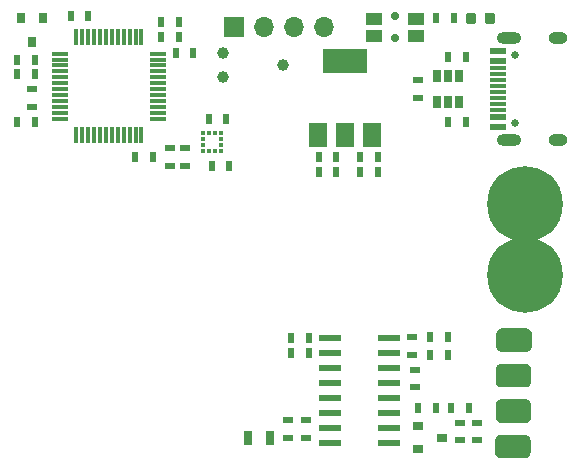
<source format=gts>
G04 #@! TF.GenerationSoftware,KiCad,Pcbnew,5.1.5-52549c5~84~ubuntu19.10.1*
G04 #@! TF.CreationDate,2020-03-01T21:01:51+01:00*
G04 #@! TF.ProjectId,scale,7363616c-652e-46b6-9963-61645f706362,rev?*
G04 #@! TF.SameCoordinates,Original*
G04 #@! TF.FileFunction,Soldermask,Top*
G04 #@! TF.FilePolarity,Negative*
%FSLAX46Y46*%
G04 Gerber Fmt 4.6, Leading zero omitted, Abs format (unit mm)*
G04 Created by KiCad (PCBNEW 5.1.5-52549c5~84~ubuntu19.10.1) date 2020-03-01 21:01:51*
%MOMM*%
%LPD*%
G04 APERTURE LIST*
%ADD10R,0.300000X1.475000*%
%ADD11R,1.475000X0.300000*%
%ADD12R,1.950000X0.600000*%
%ADD13C,0.700000*%
%ADD14R,1.400000X1.050000*%
%ADD15R,0.600000X0.900000*%
%ADD16R,0.375000X0.350000*%
%ADD17R,0.350000X0.375000*%
%ADD18R,0.900000X0.600000*%
%ADD19R,0.700000X1.300000*%
%ADD20C,6.400000*%
%ADD21R,0.900000X0.800000*%
%ADD22O,1.700000X1.700000*%
%ADD23R,1.700000X1.700000*%
%ADD24R,1.450000X0.600000*%
%ADD25O,2.100000X1.000000*%
%ADD26O,1.600000X1.000000*%
%ADD27C,0.650000*%
%ADD28R,1.450000X0.300000*%
%ADD29R,1.500000X2.000000*%
%ADD30R,3.800000X2.000000*%
%ADD31R,0.650000X1.060000*%
%ADD32R,0.800000X0.900000*%
%ADD33C,0.985520*%
%ADD34C,0.988060*%
%ADD35C,0.100000*%
G04 APERTURE END LIST*
D10*
X82050000Y-82837500D03*
X82550000Y-82837500D03*
X83050000Y-82837500D03*
X83550000Y-82837500D03*
X84050000Y-82837500D03*
X84550000Y-82837500D03*
X85050000Y-82837500D03*
X85550000Y-82837500D03*
X86050000Y-82837500D03*
X86550000Y-82837500D03*
X87050000Y-82837500D03*
X87550000Y-82837500D03*
D11*
X88962500Y-84250000D03*
X88962500Y-84750000D03*
X88962500Y-85250000D03*
X88962500Y-85750000D03*
X88962500Y-86250000D03*
X88962500Y-86750000D03*
X88962500Y-87250000D03*
X88962500Y-87750000D03*
X88962500Y-88250000D03*
X88962500Y-88750000D03*
X88962500Y-89250000D03*
X88962500Y-89750000D03*
D10*
X87550000Y-91162500D03*
X87050000Y-91162500D03*
X86550000Y-91162500D03*
X86050000Y-91162500D03*
X85550000Y-91162500D03*
X85050000Y-91162500D03*
X84550000Y-91162500D03*
X84050000Y-91162500D03*
X83550000Y-91162500D03*
X83050000Y-91162500D03*
X82550000Y-91162500D03*
X82050000Y-91162500D03*
D11*
X80637500Y-89750000D03*
X80637500Y-89250000D03*
X80637500Y-88750000D03*
X80637500Y-88250000D03*
X80637500Y-87750000D03*
X80637500Y-87250000D03*
X80637500Y-86750000D03*
X80637500Y-86250000D03*
X80637500Y-85750000D03*
X80637500Y-85250000D03*
X80637500Y-84750000D03*
X80637500Y-84250000D03*
D12*
X103525000Y-117195000D03*
X103525000Y-115925000D03*
X103525000Y-114655000D03*
X103525000Y-113385000D03*
X103525000Y-112115000D03*
X103525000Y-110845000D03*
X103525000Y-109575000D03*
X103525000Y-108305000D03*
X108475000Y-108305000D03*
X108475000Y-109575000D03*
X108475000Y-110845000D03*
X108475000Y-112115000D03*
X108475000Y-113385000D03*
X108475000Y-114655000D03*
X108475000Y-115925000D03*
X108475000Y-117195000D03*
D13*
X109000000Y-81100000D03*
X109000000Y-82900000D03*
D14*
X110800000Y-81280000D03*
X107200000Y-81280000D03*
X110800000Y-82720000D03*
X107200000Y-82720000D03*
D15*
X77050000Y-90000000D03*
X78550000Y-90000000D03*
D16*
X92737500Y-92000000D03*
X92737500Y-91500000D03*
X94262500Y-91500000D03*
X94262500Y-92000000D03*
D17*
X92750000Y-90987500D03*
X92750000Y-92512500D03*
X94250000Y-90987500D03*
X94250000Y-92512500D03*
X93750000Y-90987500D03*
X93250000Y-90987500D03*
X93750000Y-92512500D03*
X93250000Y-92512500D03*
D15*
X89250000Y-81600000D03*
X90750000Y-81600000D03*
X90750000Y-82800000D03*
X89250000Y-82800000D03*
D18*
X90000000Y-93750000D03*
X90000000Y-92250000D03*
X91250000Y-92250000D03*
X91250000Y-93750000D03*
D15*
X114000000Y-81250000D03*
X112500000Y-81250000D03*
X77050000Y-84750000D03*
X78550000Y-84750000D03*
X115000000Y-84500000D03*
X113500000Y-84500000D03*
X113500000Y-90000000D03*
X115000000Y-90000000D03*
D19*
X98450000Y-116750000D03*
X96550000Y-116750000D03*
D15*
X112500000Y-114250000D03*
X111000000Y-114250000D03*
X113750000Y-114250000D03*
X115250000Y-114250000D03*
X100250000Y-108300000D03*
X101750000Y-108300000D03*
X100250000Y-109575000D03*
X101750000Y-109575000D03*
X113500000Y-109750000D03*
X112000000Y-109750000D03*
X113500000Y-108250000D03*
X112000000Y-108250000D03*
X93250000Y-89750000D03*
X94750000Y-89750000D03*
X95000000Y-93750000D03*
X93500000Y-93750000D03*
X90450000Y-84200000D03*
X91950000Y-84200000D03*
D18*
X78300000Y-88750000D03*
X78300000Y-87250000D03*
D15*
X88500000Y-93000000D03*
X87000000Y-93000000D03*
X81550000Y-81100000D03*
X83050000Y-81100000D03*
X102550000Y-94250000D03*
X104050000Y-94250000D03*
X102550000Y-93000000D03*
X104050000Y-93000000D03*
X77050000Y-86000000D03*
X78550000Y-86000000D03*
X106050000Y-94250000D03*
X107550000Y-94250000D03*
X106050000Y-93000000D03*
X107550000Y-93000000D03*
D18*
X111000000Y-88000000D03*
X111000000Y-86500000D03*
X100000000Y-115250000D03*
X100000000Y-116750000D03*
X101500000Y-115250000D03*
X101500000Y-116750000D03*
X110750000Y-112500000D03*
X110750000Y-111000000D03*
X110500000Y-109750000D03*
X110500000Y-108250000D03*
X116000000Y-115500000D03*
X116000000Y-117000000D03*
X114500000Y-115500000D03*
X114500000Y-117000000D03*
D20*
X120000000Y-97000000D03*
X120000000Y-103000000D03*
D21*
X113000000Y-116750000D03*
X111000000Y-117700000D03*
X111000000Y-115800000D03*
D22*
X103040000Y-82000000D03*
X100500000Y-82000000D03*
X97960000Y-82000000D03*
D23*
X95420000Y-82000000D03*
D24*
X117750000Y-89650000D03*
X117750000Y-84850000D03*
X117750000Y-84050000D03*
X117750000Y-90450000D03*
D25*
X118665000Y-91570000D03*
X118665000Y-82930000D03*
D26*
X122845000Y-91570000D03*
X122845000Y-82930000D03*
D27*
X119195000Y-84360000D03*
X119195000Y-90140000D03*
D24*
X117750000Y-84050000D03*
X117750000Y-84850000D03*
D28*
X117750000Y-85500000D03*
X117750000Y-86000000D03*
X117750000Y-86500000D03*
X117750000Y-87000000D03*
X117750000Y-87500000D03*
X117750000Y-88000000D03*
X117750000Y-88500000D03*
X117750000Y-89000000D03*
D24*
X117750000Y-89650000D03*
X117750000Y-90450000D03*
D29*
X102500000Y-91150000D03*
X107100000Y-91150000D03*
X104800000Y-91150000D03*
D30*
X104800000Y-84850000D03*
D31*
X113500000Y-86150000D03*
X112550000Y-86150000D03*
X114450000Y-86150000D03*
X114450000Y-88350000D03*
X113500000Y-88350000D03*
X112550000Y-88350000D03*
D32*
X78300000Y-83250000D03*
X77350000Y-81250000D03*
X79250000Y-81250000D03*
D33*
X94460000Y-86266000D03*
X94460000Y-84234000D03*
D34*
X99540000Y-85250000D03*
D35*
G36*
X120149009Y-107502408D02*
G01*
X120197545Y-107509607D01*
X120245142Y-107521530D01*
X120291342Y-107538060D01*
X120335698Y-107559039D01*
X120377785Y-107584265D01*
X120417197Y-107613495D01*
X120453553Y-107646447D01*
X120486505Y-107682803D01*
X120515735Y-107722215D01*
X120540961Y-107764302D01*
X120561940Y-107808658D01*
X120578470Y-107854858D01*
X120590393Y-107902455D01*
X120597592Y-107950991D01*
X120600000Y-108000000D01*
X120600000Y-109000000D01*
X120597592Y-109049009D01*
X120590393Y-109097545D01*
X120578470Y-109145142D01*
X120561940Y-109191342D01*
X120540961Y-109235698D01*
X120515735Y-109277785D01*
X120486505Y-109317197D01*
X120453553Y-109353553D01*
X120417197Y-109386505D01*
X120377785Y-109415735D01*
X120335698Y-109440961D01*
X120291342Y-109461940D01*
X120245142Y-109478470D01*
X120197545Y-109490393D01*
X120149009Y-109497592D01*
X120100000Y-109500000D01*
X118100000Y-109500000D01*
X118050991Y-109497592D01*
X118002455Y-109490393D01*
X117954858Y-109478470D01*
X117908658Y-109461940D01*
X117864302Y-109440961D01*
X117822215Y-109415735D01*
X117782803Y-109386505D01*
X117746447Y-109353553D01*
X117713495Y-109317197D01*
X117684265Y-109277785D01*
X117659039Y-109235698D01*
X117638060Y-109191342D01*
X117621530Y-109145142D01*
X117609607Y-109097545D01*
X117602408Y-109049009D01*
X117600000Y-109000000D01*
X117600000Y-108000000D01*
X117602408Y-107950991D01*
X117609607Y-107902455D01*
X117621530Y-107854858D01*
X117638060Y-107808658D01*
X117659039Y-107764302D01*
X117684265Y-107722215D01*
X117713495Y-107682803D01*
X117746447Y-107646447D01*
X117782803Y-107613495D01*
X117822215Y-107584265D01*
X117864302Y-107559039D01*
X117908658Y-107538060D01*
X117954858Y-107521530D01*
X118002455Y-107509607D01*
X118050991Y-107502408D01*
X118100000Y-107500000D01*
X120100000Y-107500000D01*
X120149009Y-107502408D01*
G37*
G36*
X120099009Y-110502408D02*
G01*
X120147545Y-110509607D01*
X120195142Y-110521530D01*
X120241342Y-110538060D01*
X120285698Y-110559039D01*
X120327785Y-110584265D01*
X120367197Y-110613495D01*
X120403553Y-110646447D01*
X120436505Y-110682803D01*
X120465735Y-110722215D01*
X120490961Y-110764302D01*
X120511940Y-110808658D01*
X120528470Y-110854858D01*
X120540393Y-110902455D01*
X120547592Y-110950991D01*
X120550000Y-111000000D01*
X120550000Y-112000000D01*
X120547592Y-112049009D01*
X120540393Y-112097545D01*
X120528470Y-112145142D01*
X120511940Y-112191342D01*
X120490961Y-112235698D01*
X120465735Y-112277785D01*
X120436505Y-112317197D01*
X120403553Y-112353553D01*
X120367197Y-112386505D01*
X120327785Y-112415735D01*
X120285698Y-112440961D01*
X120241342Y-112461940D01*
X120195142Y-112478470D01*
X120147545Y-112490393D01*
X120099009Y-112497592D01*
X120050000Y-112500000D01*
X118050000Y-112500000D01*
X118000991Y-112497592D01*
X117952455Y-112490393D01*
X117904858Y-112478470D01*
X117858658Y-112461940D01*
X117814302Y-112440961D01*
X117772215Y-112415735D01*
X117732803Y-112386505D01*
X117696447Y-112353553D01*
X117663495Y-112317197D01*
X117634265Y-112277785D01*
X117609039Y-112235698D01*
X117588060Y-112191342D01*
X117571530Y-112145142D01*
X117559607Y-112097545D01*
X117552408Y-112049009D01*
X117550000Y-112000000D01*
X117550000Y-111000000D01*
X117552408Y-110950991D01*
X117559607Y-110902455D01*
X117571530Y-110854858D01*
X117588060Y-110808658D01*
X117609039Y-110764302D01*
X117634265Y-110722215D01*
X117663495Y-110682803D01*
X117696447Y-110646447D01*
X117732803Y-110613495D01*
X117772215Y-110584265D01*
X117814302Y-110559039D01*
X117858658Y-110538060D01*
X117904858Y-110521530D01*
X117952455Y-110509607D01*
X118000991Y-110502408D01*
X118050000Y-110500000D01*
X120050000Y-110500000D01*
X120099009Y-110502408D01*
G37*
G36*
X120099009Y-113502408D02*
G01*
X120147545Y-113509607D01*
X120195142Y-113521530D01*
X120241342Y-113538060D01*
X120285698Y-113559039D01*
X120327785Y-113584265D01*
X120367197Y-113613495D01*
X120403553Y-113646447D01*
X120436505Y-113682803D01*
X120465735Y-113722215D01*
X120490961Y-113764302D01*
X120511940Y-113808658D01*
X120528470Y-113854858D01*
X120540393Y-113902455D01*
X120547592Y-113950991D01*
X120550000Y-114000000D01*
X120550000Y-115000000D01*
X120547592Y-115049009D01*
X120540393Y-115097545D01*
X120528470Y-115145142D01*
X120511940Y-115191342D01*
X120490961Y-115235698D01*
X120465735Y-115277785D01*
X120436505Y-115317197D01*
X120403553Y-115353553D01*
X120367197Y-115386505D01*
X120327785Y-115415735D01*
X120285698Y-115440961D01*
X120241342Y-115461940D01*
X120195142Y-115478470D01*
X120147545Y-115490393D01*
X120099009Y-115497592D01*
X120050000Y-115500000D01*
X118050000Y-115500000D01*
X118000991Y-115497592D01*
X117952455Y-115490393D01*
X117904858Y-115478470D01*
X117858658Y-115461940D01*
X117814302Y-115440961D01*
X117772215Y-115415735D01*
X117732803Y-115386505D01*
X117696447Y-115353553D01*
X117663495Y-115317197D01*
X117634265Y-115277785D01*
X117609039Y-115235698D01*
X117588060Y-115191342D01*
X117571530Y-115145142D01*
X117559607Y-115097545D01*
X117552408Y-115049009D01*
X117550000Y-115000000D01*
X117550000Y-114000000D01*
X117552408Y-113950991D01*
X117559607Y-113902455D01*
X117571530Y-113854858D01*
X117588060Y-113808658D01*
X117609039Y-113764302D01*
X117634265Y-113722215D01*
X117663495Y-113682803D01*
X117696447Y-113646447D01*
X117732803Y-113613495D01*
X117772215Y-113584265D01*
X117814302Y-113559039D01*
X117858658Y-113538060D01*
X117904858Y-113521530D01*
X117952455Y-113509607D01*
X118000991Y-113502408D01*
X118050000Y-113500000D01*
X120050000Y-113500000D01*
X120099009Y-113502408D01*
G37*
G36*
X120049009Y-116502408D02*
G01*
X120097545Y-116509607D01*
X120145142Y-116521530D01*
X120191342Y-116538060D01*
X120235698Y-116559039D01*
X120277785Y-116584265D01*
X120317197Y-116613495D01*
X120353553Y-116646447D01*
X120386505Y-116682803D01*
X120415735Y-116722215D01*
X120440961Y-116764302D01*
X120461940Y-116808658D01*
X120478470Y-116854858D01*
X120490393Y-116902455D01*
X120497592Y-116950991D01*
X120500000Y-117000000D01*
X120500000Y-118000000D01*
X120497592Y-118049009D01*
X120490393Y-118097545D01*
X120478470Y-118145142D01*
X120461940Y-118191342D01*
X120440961Y-118235698D01*
X120415735Y-118277785D01*
X120386505Y-118317197D01*
X120353553Y-118353553D01*
X120317197Y-118386505D01*
X120277785Y-118415735D01*
X120235698Y-118440961D01*
X120191342Y-118461940D01*
X120145142Y-118478470D01*
X120097545Y-118490393D01*
X120049009Y-118497592D01*
X120000000Y-118500000D01*
X118000000Y-118500000D01*
X117950991Y-118497592D01*
X117902455Y-118490393D01*
X117854858Y-118478470D01*
X117808658Y-118461940D01*
X117764302Y-118440961D01*
X117722215Y-118415735D01*
X117682803Y-118386505D01*
X117646447Y-118353553D01*
X117613495Y-118317197D01*
X117584265Y-118277785D01*
X117559039Y-118235698D01*
X117538060Y-118191342D01*
X117521530Y-118145142D01*
X117509607Y-118097545D01*
X117502408Y-118049009D01*
X117500000Y-118000000D01*
X117500000Y-117000000D01*
X117502408Y-116950991D01*
X117509607Y-116902455D01*
X117521530Y-116854858D01*
X117538060Y-116808658D01*
X117559039Y-116764302D01*
X117584265Y-116722215D01*
X117613495Y-116682803D01*
X117646447Y-116646447D01*
X117682803Y-116613495D01*
X117722215Y-116584265D01*
X117764302Y-116559039D01*
X117808658Y-116538060D01*
X117854858Y-116521530D01*
X117902455Y-116509607D01*
X117950991Y-116502408D01*
X118000000Y-116500000D01*
X120000000Y-116500000D01*
X120049009Y-116502408D01*
G37*
G36*
X115702691Y-80776053D02*
G01*
X115723926Y-80779203D01*
X115744750Y-80784419D01*
X115764962Y-80791651D01*
X115784368Y-80800830D01*
X115802781Y-80811866D01*
X115820024Y-80824654D01*
X115835930Y-80839070D01*
X115850346Y-80854976D01*
X115863134Y-80872219D01*
X115874170Y-80890632D01*
X115883349Y-80910038D01*
X115890581Y-80930250D01*
X115895797Y-80951074D01*
X115898947Y-80972309D01*
X115900000Y-80993750D01*
X115900000Y-81506250D01*
X115898947Y-81527691D01*
X115895797Y-81548926D01*
X115890581Y-81569750D01*
X115883349Y-81589962D01*
X115874170Y-81609368D01*
X115863134Y-81627781D01*
X115850346Y-81645024D01*
X115835930Y-81660930D01*
X115820024Y-81675346D01*
X115802781Y-81688134D01*
X115784368Y-81699170D01*
X115764962Y-81708349D01*
X115744750Y-81715581D01*
X115723926Y-81720797D01*
X115702691Y-81723947D01*
X115681250Y-81725000D01*
X115243750Y-81725000D01*
X115222309Y-81723947D01*
X115201074Y-81720797D01*
X115180250Y-81715581D01*
X115160038Y-81708349D01*
X115140632Y-81699170D01*
X115122219Y-81688134D01*
X115104976Y-81675346D01*
X115089070Y-81660930D01*
X115074654Y-81645024D01*
X115061866Y-81627781D01*
X115050830Y-81609368D01*
X115041651Y-81589962D01*
X115034419Y-81569750D01*
X115029203Y-81548926D01*
X115026053Y-81527691D01*
X115025000Y-81506250D01*
X115025000Y-80993750D01*
X115026053Y-80972309D01*
X115029203Y-80951074D01*
X115034419Y-80930250D01*
X115041651Y-80910038D01*
X115050830Y-80890632D01*
X115061866Y-80872219D01*
X115074654Y-80854976D01*
X115089070Y-80839070D01*
X115104976Y-80824654D01*
X115122219Y-80811866D01*
X115140632Y-80800830D01*
X115160038Y-80791651D01*
X115180250Y-80784419D01*
X115201074Y-80779203D01*
X115222309Y-80776053D01*
X115243750Y-80775000D01*
X115681250Y-80775000D01*
X115702691Y-80776053D01*
G37*
G36*
X117277691Y-80776053D02*
G01*
X117298926Y-80779203D01*
X117319750Y-80784419D01*
X117339962Y-80791651D01*
X117359368Y-80800830D01*
X117377781Y-80811866D01*
X117395024Y-80824654D01*
X117410930Y-80839070D01*
X117425346Y-80854976D01*
X117438134Y-80872219D01*
X117449170Y-80890632D01*
X117458349Y-80910038D01*
X117465581Y-80930250D01*
X117470797Y-80951074D01*
X117473947Y-80972309D01*
X117475000Y-80993750D01*
X117475000Y-81506250D01*
X117473947Y-81527691D01*
X117470797Y-81548926D01*
X117465581Y-81569750D01*
X117458349Y-81589962D01*
X117449170Y-81609368D01*
X117438134Y-81627781D01*
X117425346Y-81645024D01*
X117410930Y-81660930D01*
X117395024Y-81675346D01*
X117377781Y-81688134D01*
X117359368Y-81699170D01*
X117339962Y-81708349D01*
X117319750Y-81715581D01*
X117298926Y-81720797D01*
X117277691Y-81723947D01*
X117256250Y-81725000D01*
X116818750Y-81725000D01*
X116797309Y-81723947D01*
X116776074Y-81720797D01*
X116755250Y-81715581D01*
X116735038Y-81708349D01*
X116715632Y-81699170D01*
X116697219Y-81688134D01*
X116679976Y-81675346D01*
X116664070Y-81660930D01*
X116649654Y-81645024D01*
X116636866Y-81627781D01*
X116625830Y-81609368D01*
X116616651Y-81589962D01*
X116609419Y-81569750D01*
X116604203Y-81548926D01*
X116601053Y-81527691D01*
X116600000Y-81506250D01*
X116600000Y-80993750D01*
X116601053Y-80972309D01*
X116604203Y-80951074D01*
X116609419Y-80930250D01*
X116616651Y-80910038D01*
X116625830Y-80890632D01*
X116636866Y-80872219D01*
X116649654Y-80854976D01*
X116664070Y-80839070D01*
X116679976Y-80824654D01*
X116697219Y-80811866D01*
X116715632Y-80800830D01*
X116735038Y-80791651D01*
X116755250Y-80784419D01*
X116776074Y-80779203D01*
X116797309Y-80776053D01*
X116818750Y-80775000D01*
X117256250Y-80775000D01*
X117277691Y-80776053D01*
G37*
M02*

</source>
